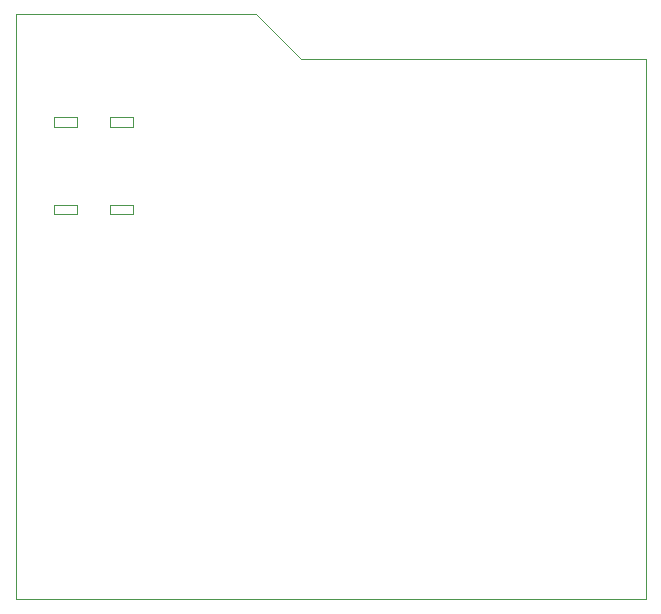
<source format=gko>
G04*
G04 #@! TF.GenerationSoftware,Altium Limited,Altium Designer,19.1.8 (144)*
G04*
G04 Layer_Color=16711935*
%FSLAX25Y25*%
%MOIN*%
G70*
G01*
G75*
%ADD16C,0.00050*%
%ADD17C,0.00000*%
D16*
X0Y195000D02*
X80000D01*
X205000Y0D02*
X210000D01*
Y180000D01*
X205000D02*
X210000D01*
X95000D02*
X205000D01*
X0Y0D02*
X205000D01*
X80000Y195000D02*
X95000Y180000D01*
X0Y0D02*
Y195000D01*
D17*
X38941Y128425D02*
Y131575D01*
X31461D02*
X38941D01*
X31461Y128425D02*
Y131575D01*
Y128425D02*
X38941D01*
X20240Y157559D02*
Y160709D01*
X12760D02*
X20240D01*
X12760Y157559D02*
Y160709D01*
Y157559D02*
X20240D01*
X38941D02*
Y160709D01*
X31461D02*
X38941D01*
X31461Y157559D02*
Y160709D01*
Y157559D02*
X38941D01*
X20240Y128425D02*
Y131575D01*
X12760D02*
X20240D01*
X12760Y128425D02*
Y131575D01*
Y128425D02*
X20240D01*
M02*

</source>
